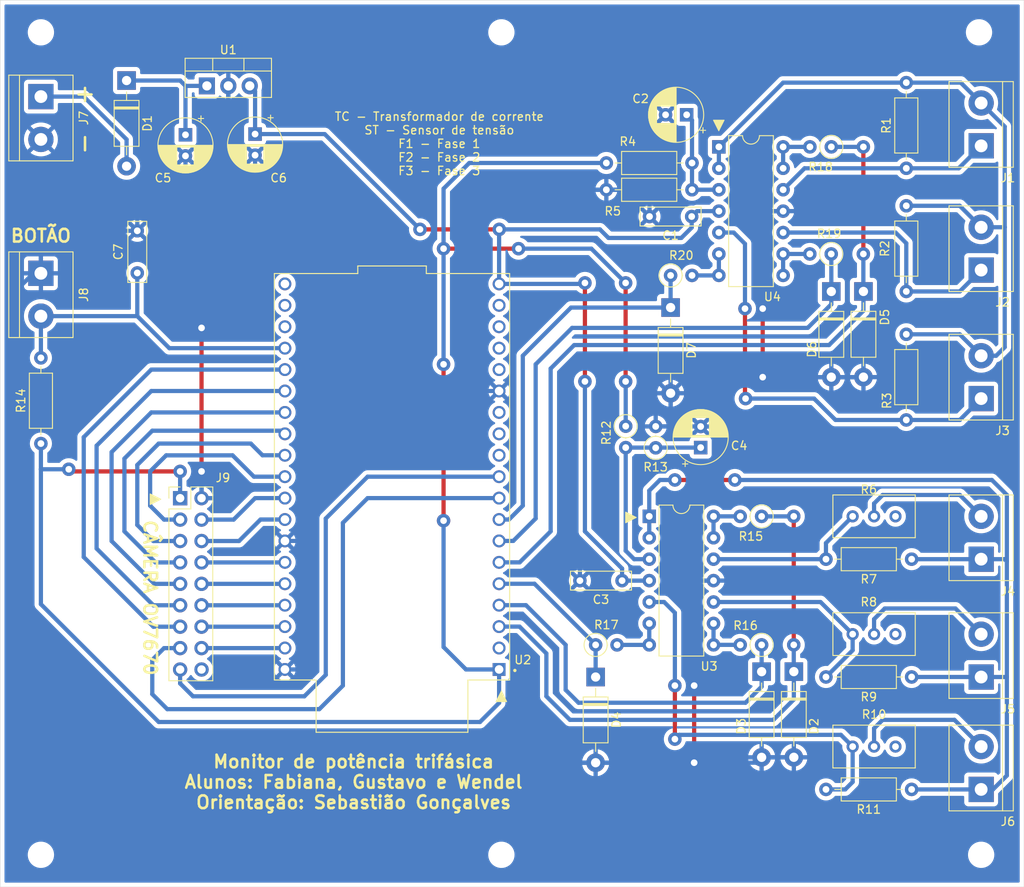
<source format=kicad_pcb>
(kicad_pcb (version 20211014) (generator pcbnew)
  (layers (0 "F.Cu" signal) (31 "B.Cu" signal) (34 "B.Paste" user) (35 "F.Paste" user) (36 "B.SilkS" user "B.Silkscreen") (37 "F.SilkS" user "F.Silkscreen") (38 "B.Mask" user) (39 "F.Mask" user) (44 "Edge.Cuts" user))
  (net 0 "")
  (net 1 "GND")
  (net 2 "+5V")
  (net 3 "SEN_CORR_REF")
  (net 4 "Net-(D1-Pad2)")
  (net 5 "RESET")
  (net 6 "D0")
  (net 7 "D1")
  (net 8 "D2")
  (net 9 "D3")
  (net 10 "D4")
  (net 11 "D5")
  (net 12 "D6")
  (net 13 "D7")
  (net 14 "XCLK")
  (net 15 "PCLK")
  (net 16 "HREF")
  (net 17 "VSYNC")
  (net 18 "SIOD")
  (net 19 "SIOC")
  (net 20 "+3V3")
  (net 21 "BOTAO")
  (net 22 "Net-(J3-Pad1)")
  (net 23 "Net-(C2-Pad1)")
  (net 24 "Net-(C4-Pad1)")
  (net 25 "Net-(C5-Pad1)")
  (net 26 "/CircuitoDigital/SENS_TENSAO_F1")
  (net 27 "/CircuitoDigital/SENS_TENSAO_F2")
  (net 28 "/CircuitoDigital/SENS_TENSAO_F3")
  (net 29 "/CircuitoDigital/SENS_CORR_F1")
  (net 30 "/CircuitoDigital/SENS_CORR_F2")
  (net 31 "/CircuitoDigital/SENS_CORR_F3")
  (net 32 "Net-(J1-Pad1)")
  (net 33 "Net-(J2-Pad1)")
  (net 34 "SEN_TENSAO_REF")
  (net 36 "Net-(R6-Pad1)")
  (net 39 "Net-(R10-Pad1)")
  (net 45 "Net-(J4-Pad2)")
  (net 46 "Net-(J5-Pad2)")
  (net 47 "Net-(J6-Pad2)")
  (net 48 "Net-(R18-Pad2)")
  (net 49 "Net-(R8-Pad1)")
  (net 50 "Net-(R15-Pad2)")
  (net 51 "Net-(R16-Pad2)")
  (net 52 "Net-(R17-Pad2)")
  (net 53 "Net-(R19-Pad2)")
  (net 54 "Net-(R20-Pad2)")
  (footprint "TerminalBlock:TerminalBlock_bornier-2_P5.08mm" (layer "F.Cu") (at 216.916 68.834 90)
    (fp_text reference "J2")
    (fp_text value "Conn_01x02" hide)
  )
  (footprint "Capacitor_THT:CP_Radial_D6.3mm_P2.50mm" (layer "F.Cu") (at 183.653 89.887 90)
    (fp_text reference "C4")
    (fp_text value "1uF" hide)
  )
  (footprint "Capacitor_THT:CP_Radial_D6.3mm_P2.50mm" (layer "F.Cu") (at 181.991 50.419 180)
    (fp_text reference "C2")
    (fp_text value "1uF" hide)
  )
  (footprint "TerminalBlock:TerminalBlock_bornier-2_P5.08mm" (layer "F.Cu") (at 216.916 54.102 90)
    (fp_text reference "J1")
    (fp_text value "Conn_01x02" hide)
  )
  (footprint "Capacitor_THT:C_Rect_L7.0mm_W2.0mm_P5.00mm" (layer "F.Cu") (at 182.586 62.484 180)
    (fp_text reference "C1")
    (fp_text value "100nF" hide)
  )
  (footprint "Package_TO_SOT_THT:TO-220-3_Vertical" (layer "F.Cu") (at 125.095 46.99)
    (fp_text reference "U1")
    (fp_text value "LM7805" hide)
  )
  (footprint "Connector_PinHeader_2.54mm:PinHeader_2x09_P2.54mm_Vertical" (layer "F.Cu") (at 121.92 95.885)
    (fp_text reference "J9")
    (fp_text value "Conn_02x09_Odd_Even" hide)
  )
  (footprint "Potentiometer_THT:Potentiometer_Bourns_3296W_Vertical" (layer "F.Cu") (at 201.676094 98.039 180)
    (fp_text reference "R6")
    (fp_text value "100k" hide)
  )
  (footprint "Diode_THT:D_DO-41_SOD81_P10.16mm_Horizontal" (layer "F.Cu") (at 115.57 46.355 -90)
    (fp_text reference "D1")
    (fp_text value "1N4007" hide)
  )
  (footprint "Diode_THT:D_DO-41_SOD81_P10.16mm_Horizontal" (layer "F.Cu") (at 194.701 116.454 -90)
    (fp_text reference "D2")
    (fp_text value "1N4728A" hide)
  )
  (footprint "Capacitor_THT:CP_Radial_D6.3mm_P2.50mm" (layer "F.Cu") (at 122.555 52.79263 -90)
    (fp_text reference "C5")
    (fp_text value "100uF" hide)
  )
  (footprint "TerminalBlock:TerminalBlock_bornier-2_P5.08mm" (layer "F.Cu") (at 216.916 84.074 90)
    (fp_text reference "J3")
    (fp_text value "Conn_01x02" hide)
  )
  (footprint "Resistor_THT:R_Axial_DIN0207_L6.3mm_D2.5mm_P2.54mm_Vertical" (layer "F.Cu") (at 199.146 54.224 180)
    (fp_text reference "R18")
    (fp_text value "10R" hide)
  )
  (footprint "Capacitor_THT:C_Rect_L7.0mm_W2.0mm_P5.00mm" (layer "F.Cu") (at 174.331 105.664 180)
    (fp_text reference "C3")
    (fp_text value "100nF" hide)
  )
  (footprint "MountingHole:MountingHole_2.1mm" (layer "F.Cu") (at 160.02 40.64)
    (fp_text reference "REF**" hide)
    (fp_text value "MountingHole_2.1mm" hide)
  )
  (footprint "Potentiometer_THT:Potentiometer_Bourns_3296W_Vertical" (layer "F.Cu") (at 201.676094 112.009 180)
    (fp_text reference "R8")
    (fp_text value "100k" hide)
  )
  (footprint "MountingHole:MountingHole_2.1mm" (layer "F.Cu") (at 160.02 138.176)
    (fp_text reference "REF**" hide)
    (fp_text value "MountingHole_2.1mm" hide)
  )
  (footprint "Resistor_THT:R_Axial_DIN0207_L6.3mm_D2.5mm_P10.16mm_Horizontal" (layer "F.Cu") (at 182.626 59.309 180)
    (fp_text reference "R5")
    (fp_text value "10k" hide)
  )
  (footprint "Resistor_THT:R_Axial_DIN0207_L6.3mm_D2.5mm_P10.16mm_Horizontal" (layer "F.Cu") (at 105.41 89.408 90)
    (fp_text reference "R14")
    (fp_text value "4k7" hide)
  )
  (footprint "Resistor_THT:R_Axial_DIN0207_L6.3mm_D2.5mm_P2.54mm_Vertical" (layer "F.Cu") (at 180.086 69.469)
    (fp_text reference "R20")
    (fp_text value "10R" hide)
  )
  (footprint "TerminalBlock:TerminalBlock_bornier-2_P5.08mm" (layer "F.Cu") (at 105.41 69.215 -90)
    (fp_text reference "J8")
    (fp_text value "Conn_01x02" hide)
  )
  (footprint "Capacitor_THT:C_Rect_L7.0mm_W2.0mm_P5.00mm" (layer "F.Cu") (at 116.84 69.174995 90)
    (fp_text reference "C7")
    (fp_text value "100nF" hide)
  )
  (footprint "TerminalBlock:TerminalBlock_bornier-2_P5.08mm" (layer "F.Cu") (at 216.916 117.094 90)
    (fp_text reference "J5")
    (fp_text value "Conn_01x02" hide)
  )
  (footprint "Package_DIP:DIP-14_W7.62mm" (layer "F.Cu") (at 185.811 54.224)
    (fp_text reference "U4")
    (fp_text value "LM324" hide)
  )
  (footprint "Resistor_THT:R_Axial_DIN0207_L6.3mm_D2.5mm_P10.16mm_Horizontal" (layer "F.Cu") (at 208.671 130.424 180)
    (fp_text reference "R11")
    (fp_text value "10k" hide)
  )
  (footprint "Resistor_THT:R_Axial_DIN0207_L6.3mm_D2.5mm_P10.16mm_Horizontal" (layer "F.Cu") (at 172.466 56.134)
    (fp_text reference "R4")
    (fp_text value "10k" hide)
  )
  (footprint "Capacitor_THT:CP_Radial_D6.3mm_P2.50mm" (layer "F.Cu") (at 130.81 52.705 -90)
    (fp_text reference "C6")
    (fp_text value "100uF" hide)
  )
  (footprint "MountingHole:MountingHole_2.1mm" (layer "F.Cu") (at 105.41 40.64)
    (fp_text reference "REF**" hide)
    (fp_text value "MountingHole_2.1mm" hide)
  )
  (footprint "TerminalBlock:TerminalBlock_bornier-2_P5.08mm" (layer "F.Cu") (at 105.41 48.26 -90)
    (fp_text reference "J7")
    (fp_text value "Conn_01x02" hide)
  )
  (footprint "TerminalBlock:TerminalBlock_bornier-2_P5.08mm" (layer "F.Cu") (at 216.916 103.119 90)
    (fp_text reference "J4")
    (fp_text value "Conn_01x02" hide)
  )
  (footprint "Resistor_THT:R_Axial_DIN0207_L6.3mm_D2.5mm_P10.16mm_Horizontal" (layer "F.Cu") (at 208.671 103.119 180)
    (fp_text reference "R7")
    (fp_text value "10k" hide)
  )
  (footprint "Diode_THT:D_DO-41_SOD81_P10.16mm_Horizontal" (layer "F.Cu") (at 202.956 71.369 -90)
    (fp_text reference "D5")
    (fp_text value "1N4728A" hide)
  )
  (footprint "Resistor_THT:R_Axial_DIN0207_L6.3mm_D2.5mm_P10.16mm_Horizontal" (layer "F.Cu") (at 208.671 117.089 180)
    (fp_text reference "R9")
    (fp_text value "10k" hide)
  )
  (footprint "MountingHole:MountingHole_2.1mm" (layer "F.Cu") (at 216.916 138.176)
    (fp_text reference "REF**" hide)
    (fp_text value "MountingHole_2.1mm" hide)
  )
  (footprint "Resistor_THT:R_Axial_DIN0207_L6.3mm_D2.5mm_P10.16mm_Horizontal" (layer "F.Cu") (at 208.036 56.764 90)
    (fp_text reference "R1")
    (fp_text value "22" hide)
  )
  (footprint "Diode_THT:D_DO-41_SOD81_P10.16mm_Horizontal" (layer "F.Cu") (at 180.086 73.279 -90)
    (fp_text reference "D7")
    (fp_text value "1N4728A" hide)
  )
  (footprint "Resistor_THT:R_Axial_DIN0207_L6.3mm_D2.5mm_P2.54mm_Vertical" (layer "F.Cu") (at 199.136 66.924 180)
    (fp_text reference "R19")
    (fp_text value "10R" hide)
  )
  (footprint "Potentiometer_THT:Potentiometer_Bourns_3296W_Vertical" (layer "F.Cu") (at 201.676094 125.344 180)
    (fp_text reference "R10")
    (fp_text value "100k" hide)
  )
  (footprint "Diode_THT:D_DO-41_SOD81_P10.16mm_Horizontal" (layer "F.Cu") (at 190.881 116.459 -90)
    (fp_text reference "D3")
    (fp_text value "1N4728A" hide)
  )
  (footprint "Resistor_THT:R_Axial_DIN0207_L6.3mm_D2.5mm_P2.54mm_Vertical" (layer "F.Cu") (at 190.881 113.284 180)
    (fp_text reference "R16")
    (fp_text value "10R" hide)
  )
  (footprint "Resistor_THT:R_Axial_DIN0207_L6.3mm_D2.5mm_P2.54mm_Vertical" (layer "F.Cu") (at 190.881 98.044 180)
    (fp_text reference "R15")
    (fp_text value "10R" hide)
  )
  (footprint "Resistor_THT:R_Axial_DIN0207_L6.3mm_D2.5mm_P10.16mm_Horizontal" (layer "F.Cu") (at 208.036 61.209 -90)
    (fp_text reference "R2")
    (fp_text value "22" hide)
  )
  (footprint "Package_DIP:DIP-14_W7.62mm" (layer "F.Cu") (at 177.556 98.039)
    (fp_text reference "U3")
    (fp_text value "LM324" hide)
  )
  (footprint "Diode_THT:D_DO-41_SOD81_P10.16mm_Horizontal" (layer "F.Cu") (at 171.196 117.094 -90)
    (fp_text reference "D4")
    (fp_text value "1N4728A" hide)
  )
  (footprint "Resistor_THT:R_Axial_DIN0207_L6.3mm_D2.5mm_P10.16mm_Horizontal" (layer "F.Cu") (at 208.036 86.609 90)
    (fp_text reference "R3")
    (fp_text value "22" hide)
  )
  (footprint "Diode_THT:D_DO-41_SOD81_P10.16mm_Horizontal" (layer "F.Cu") (at 199.146 71.374 -90)
    (fp_text reference "D6")
    (fp_text value "1N4728A" hide)
  )
  (footprint "Resistor_THT:R_Axial_DIN0207_L6.3mm_D2.5mm_P2.54mm_Vertical" (layer "F.Cu") (at 171.196 113.284)
    (fp_text reference "R17")
    (fp_text value "10R" hide)
  )
  (footprint "MountingHole:MountingHole_2.1mm" (layer "F.Cu") (at 105.41 138.176)
    (fp_text reference "REF**" hide)
    (fp_text value "MountingHole_2.1mm" hide)
  )
  (footprint "Resistor_THT:R_Axial_DIN0207_L6.3mm_D2.5mm_P2.54mm_Vertical" (layer "F.Cu") (at 174.763 87.347 -90)
    (fp_text reference "R12")
    (fp_text value "10K" hide)
  )
  (footprint "ESP32-DEVKITC:MODULE_ESP32-DEVKITC" (layer "F.Cu") (at 147.0475 93.345 180)
    (fp_text reference "U2")
    (fp_text value "ESP32-DEVKITC")
  )
  (footprint "MountingHole:MountingHole_2.1mm" (layer "F.Cu") (at 216.662 40.64)
    (fp_text reference "REF**" hide)
    (fp_text value "MountingHole_2.1mm" hide)
  )
  (footprint "TerminalBlock:TerminalBlock_bornier-2_P5.08mm" (layer "F.Cu") (at 216.916 130.424 90)
    (fp_text reference "J6")
    (fp_text value "Conn_01x02" hide)
  )
  (footprint "Resistor_THT:R_Axial_DIN0207_L6.3mm_D2.5mm_P2.54mm_Vertical" (layer "F.Cu") (at 178.319 89.916 90)
    (fp_text reference "R13")
    (fp_text value "10K" hide)
  )
  (gr_poly (pts (xy 160.02 118.745) (xy 160.655 120.015) (xy 159.385 120.015)) (layer "F.SilkS") (width 0.1) (fill solid))
  (gr_poly (pts (xy 119.634 96.012) (xy 118.364 96.647) (xy 118.364 95.377)) (layer "F.SilkS") (width 0.1) (fill solid))
  (gr_poly (pts (xy 176.022 98.171) (xy 174.752 98.806) (xy 174.752 97.536)) (layer "F.SilkS") (width 0.1) (fill solid))
  (gr_poly (pts (xy 185.801 52.324) (xy 185.166 51.054) (xy 186.436 51.054)) (layer "F.SilkS") (width 0.1) (fill solid))
  (gr_rect (start 100.584 36.83) (end 221.996 141.986) (layer "Edge.Cuts") (width 0.05) (fill none))
  (gr_text "-" (at 110.49 53.848 90) (layer "F.SilkS") (effects (font (size 2.032 2.032) (thickness 0.3)) (justify mirror)))
  (gr_text "CÂMERA OV7670" (at 118.364 107.696 270) (layer "F.SilkS") (effects (font (size 1.5 1.5) (thickness 0.3))))
  (gr_text "TC - Transformador de corrente\nST - Sensor de tensão\nF1 - Fase 1\nF2 - Fase 2\nF3 - Fase 3" (at 152.654 53.848) (layer "F.SilkS") (effects (font (size 1 1))))
  (gr_text "Monitor de potência trifásica\nAlunos: Fabiana, Gustavo e Wendel\nOrientação: Sebastião Gonçalves" (at 142.494 129.54) (layer "F.SilkS") (effects (font (size 1.5 1.5) (thickness 0.3))))
  (gr_text "BOTÃO" (at 105.41 64.77) (layer "F.SilkS") (effects (font (size 1.5 1.5) (thickness 0.3))))
  (gr_text "+" (at 110.49 48.006 90) (layer "F.SilkS") (effects (font (size 2.032 2.032) (thickness 0.3)) (justify mirror)))
  (segment (start 182.88 118.11) (end 182.88 127.254) (width 0.5) (layer "F.Cu") (net 1))
  (segment (start 191.008 73.406) (end 191.008 81.534) (width 0.5) (layer "F.Cu") (net 1))
  (segment (start 124.46 92.71) (end 124.46 75.692) (width 0.5) (layer "F.Cu") (net 1))
  (via (at 182.88 127.254) (size 1.6002) (drill 0.7874) (layers "F.Cu" "B.Cu") (net 1))
  (via (at 124.46 92.71) (size 1.6002) (drill 0.7874) (layers "F.Cu" "B.Cu") (net 1))
  (via (at 182.88 118.11) (size 1.6002) (drill 0.7874) (layers "F.Cu" "B.Cu") (net 1))
  (via (at 191.008 81.534) (size 1.6002) (drill 0.7874) (layers "F.Cu" "B.Cu") (net 1))
  (via (at 124.46 75.692) (size 1.6002) (drill 0.7874) (layers "F.Cu" "B.Cu") (net 1))
  (via (at 191.008 73.406) (size 1.6002) (drill 0.7874) (layers "F.Cu" "B.Cu") (net 1))
  (segment (start 185.928 91.44) (end 185.928 88.392) (width 0.5) (layer "B.Cu") (net 1))
  (segment (start 134.3475 116.195) (end 135.773 116.195) (width 0.5) (layer "B.Cu") (net 1))
  (segment (start 158.623 59.309) (end 156.581 61.351) (width 0.5) (layer "B.Cu") (net 1))
  (segment (start 169.331 102.021) (end 167.64 100.33) (width 0.5) (layer "B.Cu") (net 1))
  (segment (start 183.642 87.376) (end 183.653 87.387) (width 0.5) (layer "B.Cu") (net 1))
  (segment (start 122.555 59.055) (end 124.333 59.055) (width 0.5) (layer "B.Cu") (net 1))
  (segment (start 169.331 105.664) (end 169.331 102.021) (width 0.5) (layer "B.Cu") (net 1))
  (segment (start 104.521 69.215) (end 105.41 69.215) (width 0.5) (layer "B.Cu") (net 1))
  (segment (start 167.64 100.33) (end 167.64 81.026) (width 0.5) (layer "B.Cu") (net 1))
  (segment (start 167.64 81.026) (end 169.164 79.502) (width 0.5) (layer "B.Cu") (net 1))
  (segment (start 180.086 87.358) (end 180.068 87.376) (width 0.5) (layer "B.Cu") (net 1))
  (segment (start 156.581 83.175) (end 137.277 83.175) (width 0.5) (layer "B.Cu") (net 1))
  (segment (start 136.906 67.564) (end 130.81 61.468) (width 0.5) (layer "B.Cu") (net 1))
  (segment (start 199.146 81.534) (end 191.008 81.534) (width 0.5) (layer "B.Cu") (net 1))
  (segment (start 172.466 59.309) (end 177.499 59.309) (width 0.5) (layer "B.Cu") (net 1))
  (segment (start 202.951 81.534) (end 202.956 81.529) (width 0.5) (layer "B.Cu") (net 1))
  (segment (start 180.068 87.376) (end 183.642 87.376) (width 0.5) (layer "B.Cu") (net 1))
  (segment (start 127.635 59.055) (end 127.635 46.99) (width 0.5) (layer "B.Cu") (net 1))
  (segment (start 136.906 115.062) (end 136.906 100.838) (width 0.5) (layer "B.Cu") (net 1))
  (segment (start 130.81 61.468) (end 130.81 59.182) (width 0.5) (layer "B.Cu") (net 1))
  (segment (start 176.022 79.502) (end 179.959 83.439) (width 0.5) (layer "B.Cu") (net 1))
  (segment (start 135.773 116.195) (end 136.906 115.062) (width 0.5) (layer "B.Cu") (net 1))
  (segment (start 130.81 55.205) (end 130.81 58.928) (width 0.5) (layer "B.Cu") (net 1))
  (segment (start 105.41 66.675) (end 107.95 64.135) (width 0.5) (layer "B.Cu") (net 1))
  (segment (start 116.84 59.055) (end 122.555 59.055) (width 0.5) (layer "B.Cu") (net 1))
  (segment (start 105.41 69.215) (end 105.41 66.675) (width 0.5) (layer "B.Cu") (net 1))
  (segment (start 107.95 64.135) (end 107.989995 64.174995) (width 0.5) (layer "B.Cu") (net 1))
  (segment (start 156.581 61.351) (end 156.581 83.175) (width 0.5) (layer "B.Cu") (net 1))
  (segment (start 191.902 61.844) (end 191.008 62.738) (width 0.5) (layer "B.Cu") (net 1))
  (segment (start 185.176 105.659) (end 182.88 105.659) (width 0.5) (layer "B.Cu") (net 1))
  (segment (start 116.84 64.174995) (end 116.84 59.055) (width 0.5) (layer "B.Cu") (net 1))
  (segment (start 111.125 59.055) (end 116.84 59.055) (width 0.5) (layer "B.Cu") (net 1))
  (segment (start 180.086 83.439) (end 180.086 87.358) (width 0.5) (layer "B.Cu") (net 1))
  (segment (start 199.146 81.534) (end 202.951 81.534) (width 0.5) (layer "B.Cu") (net 1))
  (segment (start 182.88 105.659) (end 182.88 94.488) (width 0.5) (layer "B.Cu") (net 1))
  (segment (start 182.88 105.659) (end 182.88 118.11) (width 0.5) (layer "B.Cu") (net 1))
  (segment (start 122.555 55.205) (end 122.555 59.055) (width 0.5) (layer "B.Cu") (net 1))
  (segment (start 169.164 79.502) (end 176.022 79.502) (width 0.5) (layer "B.Cu") (net 1))
  (segment (start 102.362 71.374) (end 104.521 69.215) (width 0.5) (layer "B.Cu") (net 1))
  (segment (start 137.277 83.175) (end 136.906 82.804) (width 0.5) (layer "B.Cu") (net 1))
  (segment (start 191.008 62.738) (end 191.008 73.406) (width 0.5) (layer "B.Cu") (net 1))
  (segment (start 177.586 52.324) (end 179.491 50.419) (width 0.5) (layer "B.Cu") (net 1))
  (segment (start 182.88 94.488) (end 185.928 91.44) (width 0.5) (layer "B.Cu") (net 1))
  (segment (start 130.81 59.182) (end 130.81 58.928) (width 0.5) (layer "B.Cu") (net 1))
  (segment (start 124.333 59.055) (end 127.635 59.055) (width 0.5) (layer "B.Cu") (net 1))
  (segment (start 124.46 75.692) (end 124.46 59.182) (width 0.5) (layer "B.Cu") (net 1))
  (segment (start 127.635 59.055) (end 130.683 59.055) (width 0.5) (layer "B.Cu") (net 1))
  (segment (start 136.789 100.955) (end 136.906 100.838) (width 0.5) (layer "B.Cu") (net 1))
  (segment (start 124.46 59.182) (end 124.333 59.055) (width 0.5) (layer "B.Cu") (net 1))
  (segment (start 177.586 62.484) (end 177.586 59.222) (width 0.5) (layer "B.Cu") (net 1))
  (segment (start 159.7475 83.175) (end 156.581 83.175) (width 0.5) (layer "B.Cu") (net 1))
  (segment (start 184.923 87.387) (end 183.653 87.387) (width 0.5) (layer "B.Cu") (net 1))
  (segment (start 105.41 53.34) (end 111.125 59.055) (width 0.5) (layer "B.Cu") (net 1))
  (segment (start 121.158 127.254) (end 102.362 108.458) (width 0.5) (layer "B.Cu") (net 1))
  (segment (start 136.906 100.838) (end 136.906 82.804) (width 0.5) (layer "B.Cu") (net 1))
  (segment (start 177.499 59.309) (end 177.586 59.222) (width 0.5) (layer "B.Cu") (net 1))
  (segment (start 172.466 59.309) (end 158.623 59.309) (width 0.5) (layer "B.Cu") (net 1))
  (segment (start 181.991 81.534) (end 180.086 83.439) (width 0.5) (layer "B.Cu") (net 1))
  (segment (start 190.881 126.619) (end 194.696 126.619) (width 0.5) (layer "B.Cu") (net 1))
  (segment (start 177.586 59.222) (end 177.586 52.324) (width 0.5) (layer "B.Cu") (net 1))
  (segment (start 190.246 127.254) (end 190.881 126.619) (width 0.5) (layer "B.Cu") (net 1))
  (segment (start 171.196 127.254) (end 182.88 127.254) (width 0.5) (layer "B.Cu") (net 1))
  (segment (start 178.319 87.376) (end 180.068 87.376) (width 0.5) (layer "B.Cu") (net 1))
  (segment (start 124.46 95.885) (end 124.46 92.71) (width 0.5) (layer "B.Cu") (net 1))
  (segment (start 171.196 127.254) (end 121.158 127.254) (width 0.5) (layer "B.Cu") (net 1))
  (segment (start 107.989995 64.174995) (end 116.84 64.174995) (width 0.5) (layer "B.Cu") (net 1))
  (segment (start 134.3475 100.955) (end 136.789 100.955) (width 0.5) (layer "B.Cu") (net 1))
  (segment (start 179.959 83.439) (end 180.086 83.439) (width 0.5) (layer "B.Cu") (net 1))
  (segment (start 194.696 126.619) (end 194.701 126.614) (width 0.5) (layer "B.Cu") (net 1))
  (segment (start 182.88 127.254) (end 190.246 127.254) (width 0.5) (layer "B.Cu") (net 1))
  (segment (start 130.683 59.055) (end 130.81 58.928) (width 0.5) (layer "B.Cu") (net 1))
  (segment (start 136.906 82.804) (end 136.906 67.564) (width 0.5) (layer "B.Cu") (net 1))
  (segment (start 191.008 81.534) (end 181.991 81.534) (width 0.5) (layer "B.Cu") (net 1))
  (segment (start 102.362 108.458) (end 102.362 71.374) (width 0.5) (layer "B.Cu") (net 1))
  (segment (start 193.431 61.844) (end 191.902 61.844) (width 0.5) (layer "B.Cu") (net 1))
  (segment (start 185.928 88.392) (end 184.923 87.387) (width 0.5) (layer "B.Cu") (net 1))
  (segment (start 169.926 70.358) (end 169.926 82.042) (width 0.5) (layer "F.Cu") (net 2))
  (segment (start 150.368 64.008) (end 159.766 64.008) (width 0.5) (layer "F.Cu") (net 2))
  (via (at 169.926 70.358) (size 1.6002) (drill 0.7874) (layers "F.Cu" "B.Cu") (net 2))
  (via (at 159.766 64.008) (size 1.6002) (drill 0.7874) (layers "F.Cu" "B.Cu") (net 2))
  (via (at 150.368 64.008) (size 1.6002) (drill 0.7874) (layers "F.Cu" "B.Cu") (net 2))
  (via (at 169.926 82.042) (size 1.6002) (drill 0.7874) (layers "F.Cu" "B.Cu") (net 2))
  (segment (start 139.065 52.705) (end 150.368 64.008) (width 0.5) (layer "B.Cu") (net 2))
  (segment (start 169.926 99.822) (end 174.331 104.227) (width 0.5) (layer "B.Cu") (net 2))
  (segment (start 130.81 47.625) (end 130.81 52.705) (width 0.5) (layer "B.Cu") (net 2))
  (segment (start 130.175 46.99) (end 130.81 47.625) (width 0.5) (layer "B.Cu") (net 2))
  (segment (start 159.7475 70.475) (end 169.809 70.475) (width 0.5) (layer "B.Cu") (net 2))
  (segment (start 174.331 105.664) (end 177.551 105.664) (width 0.5) (layer "B.Cu") (net 2))
  (segment (start 172.72 65.024) (end 171.704 64.008) (width 0.5) (layer "B.Cu") (net 2))
  (segment (start 181.356 65.024) (end 172.72 65.024) (width 0.5) (layer "B.Cu") (net 2))
  (segment (start 169.926 82.042) (end 169.926 99.822) (width 0.5) (layer "B.Cu") (net 2))
  (segment (start 159.766 64.008) (end 159.7475 64.0265) (width 0.5) (layer "B.Cu") (net 2))
  (segment (start 171.704 64.008) (end 159.766 64.008) (width 0.5) (layer "B.Cu") (net 2))
  (segment (start 159.7475 64.0265) (end 159.7475 70.475) (width 0.5) (layer "B.Cu") (net 2))
  (segment (start 183.226 61.844) (end 182.586 62.484) (width 0.5) (layer "B.Cu") (net 2))
  (segment (start 185.811 61.844) (end 183.226 61.844) (width 0.5) (layer "B.Cu") (net 2))
  (segment (start 185.806 61.849) (end 185.811 61.844) (width 0.5) (layer "B.Cu") (net 2))
  (segment (start 174.331 104.227) (end 174.331 105.664) (width 0.5) (layer "B.Cu") (net 2))
  (segment (start 169.809 70.475) (end 169.926 70.358) (width 0.5) (layer "B.Cu") (net 2))
  (segment (start 182.586 62.484) (end 182.586 63.794) (width 0.5) (layer "B.Cu") (net 2))
  (segment (start 177.551 105.664) (end 177.556 105.659) (width 0.5) (layer "B.Cu") (net 2))
  (segment (start 182.586 63.794) (end 181.356 65.024) (width 0.5) (layer "B.Cu") (net 2))
  (segment (start 130.81 52.705) (end 139.065 52.705) (width 0.5) (layer "B.Cu") (net 2))
  (segment (start 214.498 46.604) (end 216.916 49.022) (width 0.5) (layer "B.Cu") (net 3))
  (segment (start 216.916 63.754) (end 219.71 63.754) (width 0.5) (layer "B.Cu") (net 3))
  (segment (start 185.811 56.764) (end 185.811 54.224) (width 0.5) (layer "B.Cu") (net 3))
  (segment (start 185.811 54.224) (end 193.431 46.604) (width 0.5) (layer "B.Cu") (net 3))
  (segment (start 208.036 61.209) (end 214.371 61.209) (width 0.5) (layer "B.Cu") (net 3))
  (segment (start 219.71 63.754) (end 219.71 77.978) (width 0.5) (layer "B.Cu") (net 3))
  (segment (start 214.371 76.449) (end 216.916 78.994) (width 0.5) (layer "B.Cu") (net 3))
  (segment (start 208.036 76.449) (end 214.371 76.449) (width 0.5) (layer "B.Cu") (net 3))
  (segment (start 219.71 51.816) (end 219.71 63.754) (width 0.5) (layer "B.Cu") (net 3))
  (segment (start 193.431 46.604) (end 208.036 46.604) (width 0.5) (layer "B.Cu") (net 3))
  (segment (start 208.036 46.604) (end 214.498 46.604) (width 0.5) (layer "B.Cu") (net 3))
  (segment (start 218.694 78.994) (end 216.916 78.994) (width 0.5) (layer "B.Cu") (net 3))
  (segment (start 219.71 77.978) (end 218.694 78.994) (width 0.5) (layer "B.Cu") (net 3))
  (segment (start 216.916 49.022) (end 219.71 51.816) (width 0.5) (layer "B.Cu") (net 3))
  (segment (start 214.371 61.209) (end 216.916 63.754) (width 0.5) (layer "B.Cu") (net 3))
  (segment (start 105.41 48.26) (end 110.49 48.26) (width 0.5) (layer "B.Cu") (net 4))
  (segment (start 115.57 53.34) (end 115.57 56.515) (width 0.5) (layer "B.Cu") (net 4))
  (segment (start 110.49 48.26) (end 115.57 53.34) (width 0.5) (layer "B.Cu") (net 4))
  (segment (start 121.92 117.856) (end 123.444 119.38) (width 0.5) (layer "B.Cu") (net 5))
  (segment (start 123.444 119.38) (end 136.652 119.38) (width 0.5) (layer "B.Cu") (net 5))
  (segment (start 144.155 93.335) (end 159.7475 93.335) (width 0.5) (layer "B.Cu") (net 5))
  (segment (start 139.192 116.84) (end 139.192 98.298) (width 0.5) (layer "B.Cu") (net 5))
  (segment (start 136.652 119.38) (end 139.192 116.84) (width 0.5) (layer "B.Cu") (net 5))
  (segment (start 139.192 98.298) (end 144.155 93.335) (width 0.5) (layer "B.Cu") (net 5))
  (segment (start 121.92 116.205) (end 121.92 117.856) (width 0.5) (layer "B.Cu") (net 5))
  (segment (start 134.3375 113.665) (end 134.3475 113.655) (width 0.5) (layer "B.Cu") (net 6))
  (segment (start 124.46 113.665) (end 134.3375 113.665) (width 0.5) (layer "B.Cu") (net 6))
  (segment (start 141.224 98.806) (end 141.224 118.11) (width 0.5) (layer "B.Cu") (net 7))
  (segment (start 120.396 120.904) (end 118.618 119.126) (width 0.5) (layer "B.Cu") (net 7))
  (segment (start 138.43 120.904) (end 120.396 120.904) (width 0.5) (layer "B.Cu") (net 7))
  (segment (start 118.618 119.126) (end 118.618 115.062) (width 0.5) (layer "B.Cu") (net 7))
  (segment (start 159.7475 95.875) (end 144.155 95.875) (width 0.5) (layer "B.Cu") (net 7))
  (segment (start 118.618 115.062) (end 120.015 113.665) (width 0.5) (layer "B.Cu") (net 7))
  (segment (start 120.015 113.665) (end 121.92 113.665) (width 0.5) (layer "B.Cu") (net 7))
  (segment (start 144.155 95.875) (end 141.224 98.806) (width 0.5) (layer "B.Cu") (net 7))
  (segment (start 141.224 118.11) (end 138.43 120.904) (width 0.5) (layer "B.Cu") (net 7))
  (segment (start 124.46 111.125) (end 134.3375 111.125) (width 0.5) (layer "B.Cu") (net 8))
  (segment (start 134.3375 111.125) (end 134.3475 111.115) (width 0.5) (layer "B.Cu") (net 8))
  (segment (start 110.49 88.646) (end 118.501 80.635) (width 0.5) (layer "B.Cu") (net 9))
  (segment (start 110.49 102.87) (end 110.49 88.646) (width 0.5) (layer "B.Cu") (net 9))
  (segment (start 118.501 80.635) (end 134.3475 80.635) (width 0.5) (layer "B.Cu") (net 9))
  (segment (start 121.92 111.125) (end 118.745 111.125) (width 0.5) (layer "B.Cu") (net 9))
  (segment (start 118.745 111.125) (end 110.49 102.87) (width 0.5) (layer "B.Cu") (net 9))
  (segment (start 134.3375 108.585) (end 134.3475 108.575) (width 0.5) (layer "B.Cu") (net 10))
  (segment (start 124.46 108.585) (end 134.3375 108.585) (width 0.5) (layer "B.Cu") (net 10))
  (segment (start 121.92 108.585) (end 118.745 108.585) (width 0.5) (layer "B.Cu") (net 11))
  (segment (start 118.745 108.585) (end 112.014 101.854) (width 0.5) (layer "B.Cu") (net 11))
  (segment (start 112.014 89.662) (end 118.501 83.175) (width 0.5) (layer "B.Cu") (net 11))
  (segment (start 112.014 101.854) (end 112.014 89.662) (width 0.5) (layer "B.Cu") (net 11))
  (segment (start 118.501 83.175) (end 134.3475 83.175) (width 0.5) (layer "B.Cu") (net 11))
  (segment (start 124.46 106.045) (end 134.3375 106.045) (width 0.5) (layer "B.Cu") (net 12))
  (segment (start 134.3375 106.045) (end 134.3475 106.035) (width 0.5) (layer "B.Cu") (net 12))
  (segment (start 121.92 106.045) (end 118.872 106.045) (width 0.5) (layer "B.Cu") (net 13))
  (segment (start 118.872 106.045) (end 113.792 100.965) (width 0.5) (layer "B.Cu") (net 13))
  (segment (start 113.792 100.965) (end 113.792 90.424) (width 0.5) (layer "B.Cu") (net 13))
  (segment (start 118.501 85.715) (end 134.3475 85.715) (width 0.5) (layer "B.Cu") (net 13))
  (segment (start 113.792 90.424) (end 118.501 85.715) (width 0.5) (layer "B.Cu") (net 13))
  (segment (start 124.46 103.505) (end 134.3375 103.505) (width 0.5) (layer "B.Cu") (net 14))
  (segment (start 134.3375 103.505) (end 134.3475 103.495) (width 0.5) (layer "B.Cu") (net 14))
  (segment (start 133.9765 87.884) (end 134.3475 88.255) (width 0.5) (layer "B.Cu") (net 15))
  (segment (start 118.999 103.505) (end 115.316 99.822) (width 0.5) (layer "B.Cu") (net 15))
  (segment (start 115.316 99.822) (end 115.316 91.186) (width 0.5) (layer "B.Cu") (net 15))
  (segment (start 121.92 103.505) (end 118.999 103.505) (width 0.5) (layer "B.Cu") (net 15))
  (segment (start 115.316 91.186) (end 118.618 87.884) (width 0.5) (layer "B.Cu") (net 15))
  (segment (start 118.618 87.884) (end 133.9765 87.884) (width 0.5) (layer "B.Cu") (net 15))
  (segment (start 124.46 100.965) (end 128.905 100.965) (width 0.5) (layer "B.Cu") (net 16))
  (segment (start 131.455 98.415) (end 134.3475 98.415) (width 0.5) (layer "B.Cu") (net 16))
  (segment (start 128.905 100.965) (end 131.455 98.415) (width 0.5) (layer "B.Cu") (net 16))
  (segment (start 116.84 91.948) (end 119.38 89.408) (width 0.5) (layer "B.Cu") (net 17))
  (segment (start 118.745 100.965) (end 116.84 99.06) (width 0.5) (layer "B.Cu") (net 17))
  (segment (start 121.92 100.965) (end 118.745 100.965) (width 0.5) (layer "B.Cu") (net 17))
  (segment (start 131.689 90.795) (end 134.3475 90.795) (width 0.5) (layer "B.Cu") (net 17))
  (segment (start 116.84 99.06) (end 116.84 91.948) (width 0.5) (layer "B.Cu") (net 17))
  (segment (start 119.38 89.408) (end 130.302 89.408) (width 0.5) (layer "B.Cu") (net 17))
  (segment (start 130.302 89.408) (end 131.689 90.795) (width 0.5) (layer "B.Cu") (net 17))
  (segment (start 128.27 98.425) (end 130.82 95.875) (width 0.5) (layer "B.Cu") (net 18))
  (segment (start 130.82 95.875) (end 134.3475 95.875) (width 0.5) (layer "B.Cu") (net 18))
  (segment (start 124.46 98.425) (end 128.27 98.425) (width 0.5) (layer "B.Cu") (net 18))
  (segment (start 120.269 90.805) (end 128.143 90.805) (width 0.5) (layer "B.Cu") (net 19))
  (segment (start 118.364 92.71) (end 120.269 90.805) (width 0.5) (layer "B.Cu") (net 19))
  (segment (start 118.364 96.774) (end 118.364 92.71) (width 0.5) (layer "B.Cu") (net 19))
  (segment (start 130.673 93.335) (end 134.3475 93.335) (width 0.5) (layer "B.Cu") (net 19))
  (segment (start 121.92 98.425) (end 120.015 98.425) (width 0.5) (layer "B.Cu") (net 19))
  (segment (start 128.143 90.805) (end 130.673 93.335) (width 0.5) (layer "B.Cu") (net 19))
  (segment (start 120.015 98.425) (end 118.364 96.774) (width 0.5) (layer "B.Cu") (net 19))
  (segment (start 121.92 92.71) (end 108.966 92.71) (width 0.5) (layer "F.Cu") (net 20))
  (segment (start 108.966 92.71) (end 108.712 92.456) (width 0.5) (layer "F.Cu") (net 20))
  (segment (start 174.752 82.042) (end 174.752 70.358) (width 0.5) (layer "F.Cu") (net 20))
  (segment (start 153.162 98.552) (end 153.162 80.01) (width 0.5) (layer "F.Cu") (net 20))
  (segment (start 162.052 66.294) (end 153.162 66.294) (width 0.5) (layer "F.Cu") (net 20))
  (via (at 121.92 92.71) (size 1.6002) (drill 0.7874) (layers "F.Cu" "B.Cu") (net 20))
  (via (at 153.162 66.294) (size 1.6002) (drill 0.7874) (layers "F.Cu" "B.Cu") (net 20))
  (via (at 162.052 66.294) (size 1.6002) (drill 0.7874) (layers "F.Cu" "B.Cu") (net 20))
  (via (at 153.162 98.552) (size 1.6002) (drill 0.7874) (layers "F.Cu" "B.Cu") (net 20))
  (via (at 174.752 70.358) (size 1.6002) (drill 0.7874) (layers "F.Cu" "B.Cu") (net 20))
  (via (at 174.752 82.042) (size 1.6002) (drill 0.7874) (layers "F.Cu" "B.Cu") (net 20))
  (via (at 108.712 92.456) (size 1.6002) (drill 0.7874) (layers "F.Cu" "B.Cu") (net 20))
  (via (at 153.162 80.01) (size 1.6002) (drill 0.7874) (layers "F.Cu" "B.Cu") (net 20))
  (segment (start 155.819 116.195) (end 153.162 113.538) (width 0.5) (layer "B.Cu") (net 20))
  (segment (start 159.7475 116.195) (end 155.819 116.195) (width 0.5) (layer "B.Cu") (net 20))
  (segment (start 174.752 70.358) (end 170.688 66.294) (width 0.5) (layer "B.Cu") (net 20))
  (segment (start 157.48 122.428) (end 119.38 122.428) (width 0.5) (layer "B.Cu") (net 20))
  (segment (start 159.7475 120.1605) (end 157.48 122.428) (width 0.5) (layer "B.Cu") (net 20))
  (segment (start 159.7475 116.195) (end 159.7475 120.1605) (width 0.5) (layer "B.Cu") (net 20))
  (segment (start 153.162 59.182) (end 156.21 56.134) (width 0.5) (layer "B.Cu") (net 20))
  (segment (start 174.763 87.347) (end 174.763 82.053) (width 0.5) (layer "B.Cu") (net 20))
  (segment (start 121.92 95.885) (end 121.92 92.71) (width 0.5) (layer "B.Cu") (net 20))
  (segment (start 156.21 56.134) (end 172.466 56.134) (width 0.5) (layer "B.Cu") (net 20))
  (segment (start 105.41 108.458) (end 105.41 92.456) (width 0.5) (layer "B.Cu") (net 20))
  (segment (start 119.38 122.428) (end 105.41 108.458) (width 0.5) (layer "B.Cu") (net 20))
  (segment (start 170.688 66.294) (end 162.052 66.294) (width 0.5) (layer "B.Cu") (net 20))
  (segment (start 108.712 92.456) (end 105.41 92.456) (width 0.5) (layer "B.Cu") (net 20))
  (segment (start 153.162 66.294) (end 153.162 59.182) (width 0.5) (layer "B.Cu") (net 20))
  (segment (start 174.763 82.053) (end 174.752 82.042) (width 0.5) (layer "B.Cu") (net 20))
  (segment (start 153.162 80.01) (end 153.162 66.294) (width 0.5) (layer "B.Cu") (net 20))
  (segment (start 153.162 113.538) (end 153.162 98.552) (width 0.5) (layer "B.Cu") (net 20))
  (segment (start 105.41 92.456) (end 105.41 89.408) (width 0.5) (layer "B.Cu") (net 20))
  (segment (start 120.64 78.095) (end 116.84 74.295) (width 0.5) (layer "B.Cu") (net 21))
  (segment (start 116.84 69.215) (end 116.84 74.295) (width 0.5) (layer "B.Cu") (net 21))
  (segment (start 105.41 74.295) (end 116.84 74.295) (width 0.5) (layer "B.Cu") (net 21))
  (segment (start 105.41 79.248) (end 105.41 74.295) (width 0.5) (layer "B.Cu") (net 21))
  (segment (start 134.3475 78.095) (end 120.64 78.095) (width 0.5) (layer "B.Cu") (net 21))
  (segment (start 188.908297 84.006297) (end 188.976 84.074) (width 0.5) (layer "F.Cu") (net 22))
  (segment (start 188.908297 73.406) (end 188.908297 84.006297) (width 0.5) (layer "F.Cu") (net 22))
  (via (at 188.908297 73.406) (size 1.6002) (drill 0.7874) (layers "F.Cu" "B.Cu") (net 22))
  (via (at 188.976 84.074) (size 1.6002) (drill 0.7874) (layers "F.Cu" "B.Cu") (net 22))
  (segment (start 214.381 86.609) (end 216.916 84.074) (width 0.5) (layer "B.Cu") (net 22))
  (segment (start 185.811 64.384) (end 187.574 64.384) (width 0.5) (layer "B.Cu") (net 22))
  (segment (start 199.639 86.609) (end 208.036 86.609) (width 0.5) (layer "B.Cu") (net 22))
  (segment (start 197.104 84.074) (end 199.639 86.609) (width 0.5) (layer "B.Cu") (net 22))
  (segment (start 208.036 86.609) (end 214.381 86.609) (width 0.5) (layer "B.Cu") (net 22))
  (segment (start 188.908297 65.718297) (end 188.908297 73.406) (width 0.5) (layer "B.Cu") (net 22))
  (segment (start 188.976 84.074) (end 197.104 84.074) (width 0.5) (layer "B.Cu") (net 22))
  (segment (start 187.574 64.384) (end 188.908297 65.718297) (width 0.5) (layer "B.Cu") (net 22))
  (segment (start 185.811 59.304) (end 182.631 59.304) (width 0.5) (layer "B.Cu") (net 23))
  (segment (start 182.631 59.304) (end 182.626 59.309) (width 0.5) (layer "B.Cu") (net 23))
  (segment (start 182.626 51.054) (end 181.991 50.419) (width 0.5) (layer "B.Cu") (net 23))
  (segment (start 182.626 56.134) (end 182.626 51.054) (width 0.5) (layer "B.Cu") (net 23))
  (segment (start 182.626 59.309) (end 182.626 56.134) (width 0.5) (layer "B.Cu") (net 23))
  (segment (start 174.763 102.097) (end 174.763 89.887) (width 0.5) (layer "B.Cu") (net 24))
  (segment (start 174.752 102.108) (end 174.763 102.097) (width 0.5) (layer "B.Cu") (net 24))
  (segment (start 174.763 89.887) (end 183.653 89.887) (width 0.5) (layer "B.Cu") (net 24))
  (segment (start 177.556 103.119) (end 175.763 103.119) (width 0.5) (layer "B.Cu") (net 24))
  (segment (start 175.763 103.119) (end 174.752 102.108) (width 0.5) (layer "B.Cu") (net 24))
  (segment (start 121.92 46.355) (end 122.555 46.99) (width 0.5) (layer "B.Cu") (net 25))
  (segment (start 122.555 52.705) (end 122.555 46.99) (width 0.5) (layer "B.Cu") (net 25))
  (segment (start 122.555 46.99) (end 125.095 46.99) (width 0.5) (layer "B.Cu") (net 25))
  (segment (start 115.57 46.355) (end 121.92 46.355) (width 0.5) (layer "B.Cu") (net 25))
  (segment (start 194.691 98.039) (end 194.691 113.279) (width 0.5) (layer "F.Cu") (net 26))
  (via (at 194.691 113.279) (size 1.6002) (drill 0.7874) (layers "F.Cu" "B.Cu") (net 26))
  (via (at 194.691 98.039) (size 1.6002) (drill 0.7874) (layers "F.Cu" "B.Cu") (net 26))
  (segment (start 159.7475 111.115) (end 162.169 111.115) (width 0.5) (layer "B.Cu") (net 26))
  (segment (start 190.881 98.044) (end 194.686 98.044) (width 0.5) (layer "B.Cu") (net 26))
  (segment (start 194.691 113.279) (end 194.691 116.444) (width 0.5) (layer "B.Cu") (net 26))
  (segment (start 192.278 122.174) (end 194.701 119.751) (width 0.5) (layer "B.Cu") (net 26))
  (segment (start 165.354 119.38) (end 168.148 122.174) (width 0.5) (layer "B.Cu") (net 26))
  (segment (start 165.354 114.3) (end 165.354 119.38) (width 0.5) (layer "B.Cu") (net 26))
  (segment (start 162.169 111.115) (end 165.354 114.3) (width 0.5) (layer "B.Cu") (net 26))
  (segment (start 168.148 122.174) (end 192.278 122.174) (width 0.5) (layer "B.Cu") (net 26))
  (segment (start 194.686 98.044) (end 194.691 98.039) (width 0.5) (layer "B.Cu") (net 26))
  (segment (start 194.691 116.444) (end 194.701 116.454) (width 0.5) (layer "B.Cu") (net 26))
  (segment (start 194.701 119.751) (end 194.701 116.454) (width 0.5) (layer "B.Cu") (net 26))
  (segment (start 167.64 113.284) (end 167.64 118.618) (width 0.5) (layer "B.Cu") (net 27))
  (segment (start 190.881 113.284) (end 190.881 116.459) (width 0.5) (layer "B.Cu") (net 27))
  (segment (start 188.976 120.142) (end 190.881 118.237) (width 0.5) (layer "B.Cu") (net 27))
  (segment (start 159.7475 108.575) (end 162.931 108.575) (width 0.5) (layer "B.Cu") (net 27))
  (segment (start 162.931 108.575) (end 167.64 113.284) (width 0.5) (layer "B.Cu") (net 27))
  (segment (start 167.64 118.618) (end 169.164 120.142) (width 0.5) (layer "B.Cu") (net 27))
  (segment (start 169.164 120.142) (end 188.976 120.142) (width 0.5) (layer "B.Cu") (net 27))
  (segment (start 190.881 118.237) (end 190.881 116.459) (width 0.5) (layer "B.Cu") (net 27))
  (segment (start 171.196 117.094) (end 171.196 113.284) (width 0.5) (layer "B.Cu") (net 28))
  (segment (start 159.7475 106.035) (end 163.947 106.035) (width 0.5) (layer "B.Cu") (net 28))
  (segment (start 163.947 106.035) (end 171.196 113.284) (width 0.5) (layer "B.Cu") (net 28))
  (segment (start 202.946 54.224) (end 202.946 66.924) (width 0.5) (layer "F.Cu") (net 29))
  (via (at 202.946 66.924) (size 1.6002) (drill 0.7874) (layers "F.Cu" "B.Cu") (net 29))
  (via (at 202.946 54.224) (size 1.6002) (drill 0.7874) (layers "F.Cu" "B.Cu") (net 29))
  (segment (start 162.189 103.495) (end 165.862 99.822) (width 0.5) (layer "B.Cu") (net 29))
  (segment (start 165.862 99.822) (end 165.862 80.518) (width 0.5) (layer "B.Cu") (net 29))
  (segment (start 199.146 54.224) (end 202.946 54.224) (width 0.5) (layer "B.Cu") (net 29))
  (segment (start 202.946 66.924) (end 202.946 71.359) (width 0.5) (layer "B.Cu") (net 29))
  (segment (start 202.946 71.359) (end 202.956 71.369) (width 0.5) (layer "B.Cu") (net 29))
  (segment (start 165.862 80.518) (end 168.656 77.724) (width 0.5) (layer "B.Cu") (net 29))
  (segment (start 159.7475 103.495) (end 162.189 103.495) (width 0.5) (layer "B.Cu") (net 29))
  (segment (start 198.882 77.724) (end 202.956 73.65) (width 0.5) (layer "B.Cu") (net 29))
  (segment (start 168.656 77.724) (end 198.882 77.724) (width 0.5) (layer "B.Cu") (net 29))
  (segment (start 202.956 73.65) (end 202.956 71.369) (width 0.5) (layer "B.Cu") (net 29))
  (segment (start 199.146 72.888) (end 199.146 71.374) (width 0.5) (layer "B.Cu") (net 30))
  (segment (start 164.084 98.298) (end 164.084 80.01) (width 0.5) (layer "B.Cu") (net 30))
  (segment (start 161.427 100.955) (end 164.084 98.298) (width 0.5) (layer "B.Cu") (net 30))
  (segment (start 164.084 80.01) (end 168.402 75.692) (width 0.5) (layer "B.Cu") (net 30))
  (segment (start 196.342 75.692) (end 199.146 72.888) (width 0.5) (layer "B.Cu") (net 30))
  (segment (start 199.146 71.374) (end 199.146 66.934) (width 0.5) (layer "B.Cu") (net 30))
  (segment (start 159.7475 100.955) (end 161.427 100.955) (width 0.5) (layer "B.Cu") (net 30))
  (segment (start 168.402 75.692) (end 196.342 75.692) (width 0.5) (layer "B.Cu") (net 30))
  (segment (start 199.146 66.934) (end 199.136 66.924) (width 0.5) (layer "B.Cu") (net 30))
  (segment (start 168.275 73.279) (end 180.086 73.279) (width 0.5) (layer "B.Cu") (net 31))
  (segment (start 159.7475 98.415) (end 160.919 98.415) (width 0.5) (layer "B.Cu") (net 31))
  (segment (start 162.56 78.994) (end 168.275 73.279) (width 0.5) (layer "B.Cu") (net 31))
  (segment (start 160.919 98.415) (end 162.56 96.774) (width 0.5) (layer "B.Cu") (net 31))
  (segment (start 162.56 96.774) (end 162.56 78.994) (width 0.5) (layer "B.Cu") (net 31))
  (segment (start 180.086 73.279) (end 180.086 69.469) (width 0.5) (layer "B.Cu") (net 31))
  (segment (start 214.254 56.764) (end 216.916 54.102) (width 0.5) (layer "B.Cu") (net 32))
  (segment (start 208.036 56.764) (end 214.254 56.764) (width 0.5) (layer "B.Cu") (net 32))
  (segment (start 195.971 56.764) (end 193.431 59.304) (width 0.5) (layer "B.Cu") (net 32))
  (segment (start 208.036 56.764) (end 195.971 56.764) (width 0.5) (layer "B.Cu") (net 32))
  (segment (start 206.766 64.384) (end 193.431 64.384) (width 0.5) (layer "B.Cu") (net 33))
  (segment (start 214.381 71.369) (end 216.916 68.834) (width 0.5) (layer "B.Cu") (net 33))
  (segment (start 208.036 65.654) (end 206.766 64.384) (width 0.5) (layer "B.Cu") (net 33))
  (segment (start 208.036 71.369) (end 208.036 65.654) (width 0.5) (layer "B.Cu") (net 33))
  (segment (start 208.036 71.369) (end 214.381 71.369) (width 0.5) (layer "B.Cu") (net 33))
  (segment (start 180.594 93.726) (end 187.706 93.726) (width 0.5) (layer "F.Cu") (net 34))
  (via (at 180.594 93.726) (size 1.6002) (drill 0.7874) (layers "F.Cu" "B.Cu") (net 34))
  (via (at 187.706 93.726) (size 1.6002) (drill 0.7874) (layers "F.Cu" "B.Cu") (net 34))
  (segment (start 218.318 130.424) (end 216.916 130.424) (width 0.5) (layer "B.Cu") (net 34))
  (segment (start 208.671 117.089) (end 216.911 117.089) (width 0.5) (layer "B.Cu") (net 34))
  (segment (start 216.916 103.119) (end 219.705 103.119) (width 0.5) (layer "B.Cu") (net 34))
  (segment (start 219.964 103.378) (end 219.964 117.094) (width 0.5) (layer "B.Cu") (net 34))
  (segment (start 218.186 93.726) (end 219.964 95.504) (width 0.5) (layer "B.Cu") (net 34))
  (segment (start 219.964 95.504) (end 219.964 103.378) (width 0.5) (layer "B.Cu") (net 34))
  (segment (start 216.916 117.094) (end 219.964 117.094) (width 0.5) (layer "B.Cu") (net 34))
  (segment (start 177.556 94.986) (end 178.816 93.726) (width 0.5) (layer "B.Cu") (net 34))
  (segment (start 187.706 93.726) (end 218.186 93.726) (width 0.5) (layer "B.Cu") (net 34))
  (segment (start 208.671 103.119) (end 216.916 103.119) (width 0.5) (layer "B.Cu") (net 34))
  (segment (start 177.556 98.039) (end 177.556 94.986) (width 0.5) (layer "B.Cu") (net 34))
  (segment (start 219.964 128.778) (end 218.318 130.424) (width 0.5) (layer "B.Cu") (net 34))
  (segment (start 177.556 100.579) (end 177.556 98.039) (width 0.5) (layer "B.Cu") (net 34))
  (segment (start 219.964 117.094) (end 219.964 128.778) (width 0.5) (layer "B.Cu") (net 34))
  (segment (start 178.816 93.726) (end 180.594 93.726) (width 0.5) (layer "B.Cu") (net 34))
  (segment (start 219.705 103.119) (end 219.964 103.378) (width 0.5) (layer "B.Cu") (net 34))
  (segment (start 216.911 117.089) (end 216.916 117.094) (width 0.5) (layer "B.Cu") (net 34))
  (segment (start 208.671 130.424) (end 216.916 130.424) (width 0.5) (layer "B.Cu") (net 34))
  (segment (start 198.511 103.119) (end 198.511 101.204094) (width 0.5) (layer "B.Cu") (net 36))
  (segment (start 198.511 103.119) (end 185.176 103.119) (width 0.5) (layer "B.Cu") (net 36))
  (segment (start 198.511 101.204094) (end 201.676094 98.039) (width 0.5) (layer "B.Cu") (net 36))
  (segment (start 180.594 124.46) (end 180.594 118.11) (width 0.5) (layer "F.Cu") (net 39))
  (via (at 180.594 118.11) (size 1.6002) (drill 0.7874) (layers "F.Cu" "B.Cu") (net 39))
  (via (at 180.594 124.46) (size 1.6002) (drill 0.7874) (layers "F.Cu" "B.Cu") (net 39))
  (segment (start 180.594 118.11) (end 180.594 109.474) (width 0.5) (layer "B.Cu") (net 39))
  (segment (start 200.792 130.424) (end 201.676094 129.539906) (width 0.5) (layer "B.Cu") (net 39))
  (segment (start 181.102 123.952) (end 200.284094 123.952) (width 0.5) (layer "B.Cu") (net 39))
  (segment (start 198.511 130.424) (end 200.792 130.424) (width 0.5) (layer "B.Cu") (net 39))
  (segment (start 201.676094 129.539906) (end 201.676094 125.344) (width 0.5) (layer "B.Cu") (net 39))
  (segment (start 179.319 108.199) (end 177.556 108.199) (width 0.5) (layer "B.Cu") (net 39))
  (segment (start 181.102 123.952) (end 180.594 124.46) (width 0.5) (layer "B.Cu") (net 39))
  (segment (start 201.676094 125.344) (end 200.284094 123.952) (width 0.5) (layer "B.Cu") (net 39))
  (segment (start 180.594 109.474) (end 179.319 108.199) (width 0.5) (layer "B.Cu") (net 39))
  (segment (start 204.216094 96.520094) (end 204.216094 98.039) (width 0.5) (layer "B.Cu") (net 45))
  (segment (start 205.232 95.504) (end 204.216 96.52) (width 0.5) (layer "B.Cu") (net 45))
  (segment (start 214.381 95.504) (end 205.232 95.504) (width 0.5) (layer "B.Cu") (net 45))
  (segment (start 204.216 96.52) (end 204.216094 96.520094) (width 0.5) (layer "B.Cu") (net 45))
  (segment (start 216.916 98.039) (end 214.381 95.504) (width 0.5) (layer "B.Cu") (net 45))
  (segment (start 205.486 108.966) (end 204.216094 110.235906) (width 0.5) (layer "B.Cu") (net 46))
  (segment (start 204.216094 110.235906) (end 204.216094 112.009) (width 0.5) (layer "B.Cu") (net 46))
  (segment (start 216.916 112.014) (end 213.868 108.966) (width 0.5) (layer "B.Cu") (net 46))
  (segment (start 213.868 108.966) (end 205.486 108.966) (width 0.5) (layer "B.Cu") (net 46))
  (segment (start 205.232 122.174) (end 204.216 123.19) (width 0.5) (layer "B.Cu") (net 47))
  (segment (start 204.216 123.19) (end 204.216094 123.190094) (width 0.5) (layer "B.Cu") (net 47))
  (segment (start 216.916 125.344) (end 213.746 122.174) (width 0.5) (layer "B.Cu") (net 47))
  (segment (start 213.746 122.174) (end 205.232 122.174) (width 0.5) (layer "B.Cu") (net 47))
  (segment (start 204.216094 123.190094) (end 204.216094 125.344) (width 0.5) (layer "B.Cu") (net 47))
  (segment (start 193.431 56.764) (end 193.431 54.224) (width 0.5) (layer "B.Cu") (net 48))
  (segment (start 193.431 54.224) (end 196.606 54.224) (width 0.5) (layer "B.Cu") (net 48))
  (segment (start 197.866094 108.199) (end 201.676094 112.009) (width 0.5) (layer "B.Cu") (net 49))
  (segment (start 185.176 108.199) (end 197.866094 108.199) (width 0.5) (layer "B.Cu") (net 49))
  (segment (start 201.676094 113.923906) (end 198.511 117.089) (width 0.5) (layer "B.Cu") (net 49))
  (segment (start 201.676094 112.009) (end 201.676094 113.923906) (width 0.5) (layer "B.Cu") (net 49))
  (segment (start 185.176 100.579) (end 185.176 98.039) (width 0.5) (layer "B.Cu") (net 50))
  (segment (start 188.336 98.039) (end 188.341 98.044) (width 0.5) (layer "B.Cu") (net 50))
  (segment (start 185.176 98.039) (end 188.336 98.039) (width 0.5) (layer "B.Cu") (net 50))
  (segment (start 188.336 113.279) (end 188.341 113.284) (width 0.5) (layer "B.Cu") (net 51))
  (segment (start 185.176 113.279) (end 188.336 113.279) (width 0.5) (layer "B.Cu") (net 51))
  (segment (start 185.176 110.739) (end 185.176 113.279) (width 0.5) (layer "B.Cu") (net 51))
  (segment (start 173.736 113.284) (end 177.551 113.284) (width 0.5) (layer "B.Cu") (net 52))
  (segment (start 177.556 110.739) (end 177.556 113.279) (width 0.5) (layer "B.Cu") (net 52))
  (segment (start 177.551 113.284) (end 177.556 113.279) (width 0.5) (layer "B.Cu") (net 52))
  (segment (start 193.431 66.924) (end 196.596 66.924) (width 0.5) (layer "B.Cu") (net 53))
  (segment (start 193.431 69.464) (end 193.431 66.924) (width 0.5) (layer "B.Cu") (net 53))
  (segment (start 185.806 69.469) (end 185.811 69.464) (width 0.5) (layer "B.Cu") (net 54))
  (segment (start 182.626 69.469) (end 185.806 69.469) (width 0.5) (layer "B.Cu") (net 54))
  (segment (start 185.811 69.464) (end 185.811 66.924) (width 0.5) (layer "B.Cu") (net 54))
  (zone (net 1) (net_name "GND") (layer "B.Cu") (connect_pads (clearance 0.508)) (min_thickness 0.254) (fill yes (thermal_gap 0.508) (thermal_bridge_width 0.508))
    (polygon (pts (xy 221.996 141.986) (xy 100.584 141.986) (xy 100.584 36.83) (xy 221.996 36.83)))
  )
)
</source>
